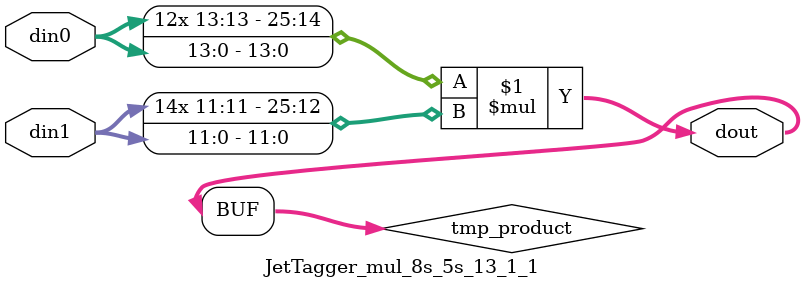
<source format=v>

`timescale 1 ns / 1 ps

  (* use_dsp = "no" *)  module JetTagger_mul_8s_5s_13_1_1(din0, din1, dout);
parameter ID = 1;
parameter NUM_STAGE = 0;
parameter din0_WIDTH = 14;
parameter din1_WIDTH = 12;
parameter dout_WIDTH = 26;

input [din0_WIDTH - 1 : 0] din0; 
input [din1_WIDTH - 1 : 0] din1; 
output [dout_WIDTH - 1 : 0] dout;

wire signed [dout_WIDTH - 1 : 0] tmp_product;













assign tmp_product = $signed(din0) * $signed(din1);








assign dout = tmp_product;







endmodule

</source>
